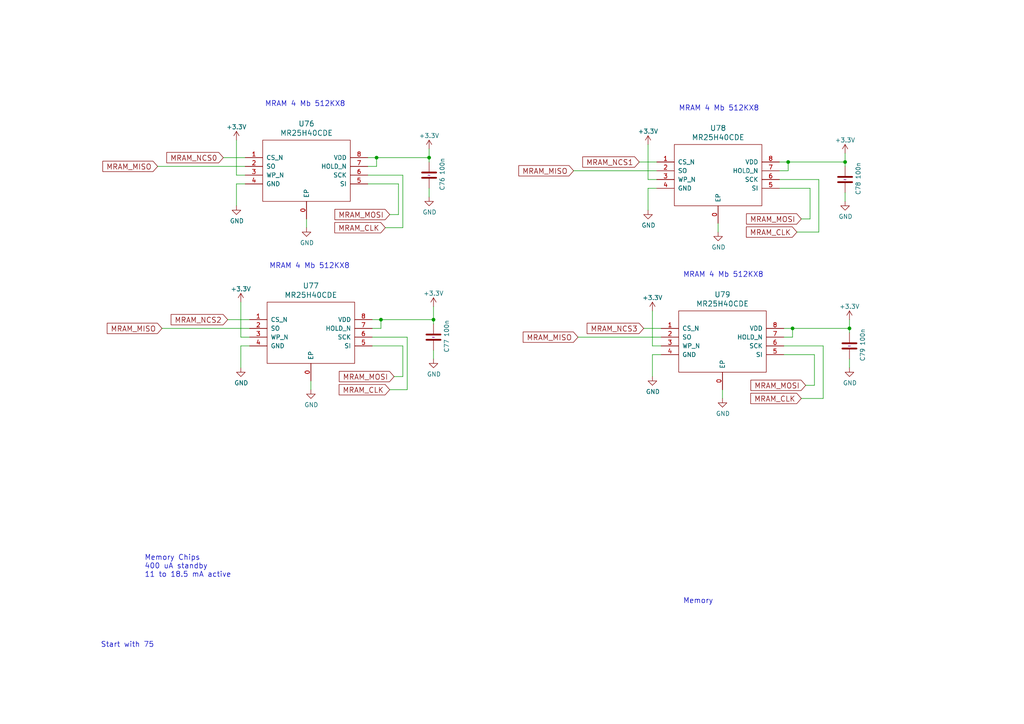
<source format=kicad_sch>
(kicad_sch (version 20230121) (generator eeschema)
  (paper "A4")
  (title_block (title "Radiation Tolerant PacSat Communication") (date "2023-06-17") (rev "A") (company "AMSAT-NA") (comment 1 "N5BRG"))
  (lib_symbols
    (symbol "Device:C" (pin_numbers hide) (pin_names (offset 0.254))
      (property "Reference" "C" (at 0.635 2.54 0))
      (property "Value" "C" (at 0.635 -2.54 0))
      (symbol "C_0_1"
        (polyline (pts (xy -2.032 -0.762) (xy 2.032 -0.762)) (stroke (width 0.508)))
        (polyline (pts (xy -2.032 0.762) (xy 2.032 0.762)) (stroke (width 0.508)))
      )
      (symbol "C_1_1"
        (pin passive line (at 0 3.81 270) (length 2.794) (name "~") (number "1"))
        (pin passive line (at 0 -3.81 90) (length 2.794) (name "~") (number "2"))
      )
    )
    (symbol "PACSAT_ICs:MR25H40_2" (pin_names (offset 1.016))
      (property "Reference" "U76" (at 0 13.6398 0))
      (property "Value" "MR25H40" (at 0 10.9474 0))
      (symbol "MR25H40_2_0_1"
        (rectangle (start -12.7 8.89) (end 12.7 -8.89))
      )
      (symbol "MR25H40_2_1_1"
        (pin power_in line (at 0 -13.97 90) (length 5.08) (name "EP") (number "0"))
        (pin input line (at -17.78 3.81 0) (length 5.08) (name "CS_N") (number "1"))
        (pin tri_state line (at -17.78 1.27 0) (length 5.08) (name "SO") (number "2"))
        (pin input line (at -17.78 -1.27 0) (length 5.08) (name "WP_N") (number "3"))
        (pin power_in line (at -17.78 -3.81 0) (length 5.08) (name "GND") (number "4"))
        (pin input line (at 17.78 -3.81 180) (length 5.08) (name "SI") (number "5"))
        (pin input line (at 17.78 -1.27 180) (length 5.08) (name "SCK") (number "6"))
        (pin input line (at 17.78 1.27 180) (length 5.08) (name "HOLD_N") (number "7"))
        (pin power_in line (at 17.78 3.81 180) (length 5.08) (name "VDD") (number "8"))
      )
    )
    (symbol "power:+3.3V" (power) (pin_names (offset 0))
      (property "Value" "+3.3V" (at 0 3.556 0))
      (symbol "+3.3V_0_1"
        (polyline (pts (xy -0.762 1.27) (xy 0 2.54)))
        (polyline (pts (xy 0 0) (xy 0 2.54)))
        (polyline (pts (xy 0 2.54) (xy 0.762 1.27)))
      )
      (symbol "+3.3V_1_1"
        (pin power_in line (at 0 0 90) (length 0) hide (name "+3.3V") (number "1"))
      )
    )
    (symbol "power:GND" (power) (pin_names (offset 0))
      (property "Value" "GND" (at 0 -3.81 0))
      (symbol "GND_0_1"
        (polyline (pts (xy 0 0) (xy 0 -1.27) (xy 1.27 -1.27) (xy 0 -2.54) (xy -1.27 -1.27) (xy 0 -1.27)))
      )
      (symbol "GND_1_1"
        (pin power_in line (at 0 0 270) (length 0) hide (name "GND") (number "1"))
      )
    )
  )
  (junction (at 245.11 46.99))
  (junction (at 125.73 92.71))
  (junction (at 124.46 45.72))
  (junction (at 109.22 45.72))
  (junction (at 229.87 95.25))
  (junction (at 228.6 46.99))
  (junction (at 110.49 92.71))
  (junction (at 246.38 95.25))
  (wire (pts (xy 72.39 97.79) (xy 69.85 97.79)))
  (wire (pts (xy 237.49 67.31) (xy 231.14 67.31)))
  (wire (pts (xy 110.49 92.71) (xy 125.73 92.71)))
  (wire (pts (xy 107.95 95.25) (xy 110.49 95.25)))
  (wire (pts (xy 191.77 100.33) (xy 189.23 100.33)))
  (wire (pts (xy 110.49 95.25) (xy 110.49 92.71)))
  (wire (pts (xy 107.95 100.33) (xy 116.84 100.33)))
  (wire (pts (xy 246.38 92.71) (xy 246.38 95.25)))
  (wire (pts (xy 88.9 63.5) (xy 88.9 66.04)))
  (wire (pts (xy 71.12 50.8) (xy 68.58 50.8)))
  (wire (pts (xy 209.55 113.03) (xy 209.55 115.57)))
  (wire (pts (xy 229.87 97.79) (xy 229.87 95.25)))
  (wire (pts (xy 226.06 49.53) (xy 228.6 49.53)))
  (wire (pts (xy 228.6 46.99) (xy 245.11 46.99)))
  (wire (pts (xy 227.33 102.87) (xy 236.22 102.87)))
  (wire (pts (xy 228.6 49.53) (xy 228.6 46.99)))
  (wire (pts (xy 245.11 44.45) (xy 245.11 46.99)))
  (wire (pts (xy 68.58 53.34) (xy 68.58 59.69)))
  (wire (pts (xy 227.33 95.25) (xy 229.87 95.25)))
  (wire (pts (xy 106.68 48.26) (xy 109.22 48.26)))
  (wire (pts (xy 189.23 100.33) (xy 189.23 90.17)))
  (wire (pts (xy 109.22 48.26) (xy 109.22 45.72)))
  (wire (pts (xy 106.68 45.72) (xy 109.22 45.72)))
  (wire (pts (xy 234.95 54.61) (xy 234.95 63.5)))
  (wire (pts (xy 71.12 53.34) (xy 68.58 53.34)))
  (wire (pts (xy 116.84 66.04) (xy 111.76 66.04)))
  (wire (pts (xy 107.95 92.71) (xy 110.49 92.71)))
  (wire (pts (xy 166.37 49.53) (xy 190.5 49.53)))
  (wire (pts (xy 45.72 48.26) (xy 71.12 48.26)))
  (wire (pts (xy 189.23 102.87) (xy 189.23 109.22)))
  (wire (pts (xy 116.84 50.8) (xy 116.84 66.04)))
  (wire (pts (xy 226.06 46.99) (xy 228.6 46.99)))
  (wire (pts (xy 238.76 100.33) (xy 238.76 115.57)))
  (wire (pts (xy 72.39 100.33) (xy 69.85 100.33)))
  (wire (pts (xy 69.85 100.33) (xy 69.85 106.68)))
  (wire (pts (xy 125.73 101.6) (xy 125.73 104.14)))
  (wire (pts (xy 109.22 45.72) (xy 124.46 45.72)))
  (wire (pts (xy 116.84 50.8) (xy 106.68 50.8)))
  (wire (pts (xy 237.49 52.07) (xy 226.06 52.07)))
  (wire (pts (xy 208.28 64.77) (xy 208.28 67.31)))
  (wire (pts (xy 237.49 52.07) (xy 237.49 67.31)))
  (wire (pts (xy 190.5 54.61) (xy 187.96 54.61)))
  (wire (pts (xy 125.73 88.9) (xy 125.73 92.71)))
  (wire (pts (xy 234.95 63.5) (xy 232.41 63.5)))
  (wire (pts (xy 125.73 92.71) (xy 125.73 93.98)))
  (wire (pts (xy 124.46 45.72) (xy 124.46 46.99)))
  (wire (pts (xy 191.77 95.25) (xy 186.69 95.25)))
  (wire (pts (xy 190.5 46.99) (xy 185.42 46.99)))
  (wire (pts (xy 90.17 110.49) (xy 90.17 113.03)))
  (wire (pts (xy 72.39 92.71) (xy 66.04 92.71)))
  (wire (pts (xy 118.11 97.79) (xy 118.11 113.03)))
  (wire (pts (xy 226.06 54.61) (xy 234.95 54.61)))
  (wire (pts (xy 238.76 100.33) (xy 227.33 100.33)))
  (wire (pts (xy 118.11 97.79) (xy 107.95 97.79)))
  (wire (pts (xy 124.46 54.61) (xy 124.46 57.15)))
  (wire (pts (xy 69.85 97.79) (xy 69.85 87.63)))
  (wire (pts (xy 236.22 102.87) (xy 236.22 111.76)))
  (wire (pts (xy 106.68 53.34) (xy 115.57 53.34)))
  (wire (pts (xy 115.57 53.34) (xy 115.57 62.23)))
  (wire (pts (xy 116.84 100.33) (xy 116.84 109.22)))
  (wire (pts (xy 71.12 45.72) (xy 64.77 45.72)))
  (wire (pts (xy 187.96 54.61) (xy 187.96 60.96)))
  (wire (pts (xy 191.77 102.87) (xy 189.23 102.87)))
  (wire (pts (xy 187.96 52.07) (xy 187.96 41.91)))
  (wire (pts (xy 246.38 95.25) (xy 246.38 96.52)))
  (wire (pts (xy 236.22 111.76) (xy 233.68 111.76)))
  (wire (pts (xy 115.57 62.23) (xy 113.03 62.23)))
  (wire (pts (xy 167.64 97.79) (xy 191.77 97.79)))
  (wire (pts (xy 46.99 95.25) (xy 72.39 95.25)))
  (wire (pts (xy 245.11 46.99) (xy 245.11 48.26)))
  (wire (pts (xy 245.11 55.88) (xy 245.11 58.42)))
  (wire (pts (xy 190.5 52.07) (xy 187.96 52.07)))
  (wire (pts (xy 118.11 113.03) (xy 113.03 113.03)))
  (wire (pts (xy 229.87 95.25) (xy 246.38 95.25)))
  (wire (pts (xy 227.33 97.79) (xy 229.87 97.79)))
  (wire (pts (xy 116.84 109.22) (xy 114.3 109.22)))
  (wire (pts (xy 238.76 115.57) (xy 232.41 115.57)))
  (wire (pts (xy 68.58 50.8) (xy 68.58 40.64)))
  (wire (pts (xy 124.46 43.18) (xy 124.46 45.72)))
  (wire (pts (xy 246.38 104.14) (xy 246.38 106.68)))
  (text "Start with 75" (at 29.21 187.96 0) (effects (font (size 1.524 1.524)) (justify left bottom)))
  (text "MRAM 4 Mb 512KX8" (at 198.12 80.645 0) (effects (font (size 1.524 1.524)) (justify left bottom)))
  (text "MRAM 4 Mb 512KX8" (at 196.85 32.385 0) (effects (font (size 1.524 1.524)) (justify left bottom)))
  (text "Memory" (at 198.12 175.26 0) (effects (font (size 1.524 1.524)) (justify left bottom)))
  (text "MRAM 4 Mb 512KX8" (at 76.835 31.115 0) (effects (font (size 1.524 1.524)) (justify left bottom)))
  (text "MRAM 4 Mb 512KX8" (at 78.105 78.105 0) (effects (font (size 1.524 1.524)) (justify left bottom)))
  (text "Memory Chips\n400 uA standby\n11 to 18.5 mA active" (at 41.91 167.64 0) (effects (font (size 1.524 1.524)) (justify left bottom)))
  (global_label "MRAM_CLK" (shape input) (at 111.76 66.04 180) (effects (font (size 1.524 1.524))) (property "Intersheetrefs" "${INTERSHEET_REFS}" (effects hide)))
  (global_label "MRAM_MISO" (shape input) (at 45.72 48.26 180) (effects (font (size 1.524 1.524))) (property "Intersheetrefs" "${INTERSHEET_REFS}" (effects hide)))
  (global_label "MRAM_CLK" (shape input) (at 232.41 115.57 180) (effects (font (size 1.524 1.524))) (property "Intersheetrefs" "${INTERSHEET_REFS}" (effects hide)))
  (global_label "MRAM_MOSI" (shape input) (at 232.41 63.5 180) (effects (font (size 1.524 1.524))) (property "Intersheetrefs" "${INTERSHEET_REFS}" (effects hide)))
  (global_label "MRAM_MOSI" (shape input) (at 114.3 109.22 180) (effects (font (size 1.524 1.524))) (property "Intersheetrefs" "${INTERSHEET_REFS}" (effects hide)))
  (global_label "MRAM_NCS2" (shape input) (at 66.04 92.71 180) (effects (font (size 1.524 1.524))) (property "Intersheetrefs" "${INTERSHEET_REFS}" (effects hide)))
  (global_label "MRAM_MOSI" (shape input) (at 113.03 62.23 180) (effects (font (size 1.524 1.524))) (property "Intersheetrefs" "${INTERSHEET_REFS}" (effects hide)))
  (global_label "MRAM_MISO" (shape input) (at 46.99 95.25 180) (effects (font (size 1.524 1.524))) (property "Intersheetrefs" "${INTERSHEET_REFS}" (effects hide)))
  (global_label "MRAM_CLK" (shape input) (at 113.03 113.03 180) (effects (font (size 1.524 1.524))) (property "Intersheetrefs" "${INTERSHEET_REFS}" (effects hide)))
  (global_label "MRAM_CLK" (shape input) (at 231.14 67.31 180) (effects (font (size 1.524 1.524))) (property "Intersheetrefs" "${INTERSHEET_REFS}" (effects hide)))
  (global_label "MRAM_NCS3" (shape input) (at 186.69 95.25 180) (effects (font (size 1.524 1.524))) (property "Intersheetrefs" "${INTERSHEET_REFS}" (effects hide)))
  (global_label "MRAM_MOSI" (shape input) (at 233.68 111.76 180) (effects (font (size 1.524 1.524))) (property "Intersheetrefs" "${INTERSHEET_REFS}" (effects hide)))
  (global_label "MRAM_NCS0" (shape input) (at 64.77 45.72 180) (effects (font (size 1.524 1.524))) (property "Intersheetrefs" "${INTERSHEET_REFS}" (effects hide)))
  (global_label "MRAM_MISO" (shape input) (at 167.64 97.79 180) (effects (font (size 1.524 1.524))) (property "Intersheetrefs" "${INTERSHEET_REFS}" (effects hide)))
  (global_label "MRAM_NCS1" (shape input) (at 185.42 46.99 180) (effects (font (size 1.524 1.524))) (property "Intersheetrefs" "${INTERSHEET_REFS}" (effects hide)))
  (global_label "MRAM_MISO" (shape input) (at 166.37 49.53 180) (effects (font (size 1.524 1.524))) (property "Intersheetrefs" "${INTERSHEET_REFS}" (effects hide)))
  (symbol (lib_id "power:GND") (at 187.96 60.96 0) (unit 1)
    (property "Reference" "#PWR087" (effects hide))
    (property "Value" "GND" (at 188.087 65.3542 0))
  )
  (symbol (lib_id "power:GND") (at 245.11 58.42 0) (unit 1)
    (property "Reference" "#PWR093" (effects hide))
    (property "Value" "GND" (at 245.237 62.8142 0))
  )
  (symbol (lib_id "Device:C") (at 125.73 97.79 0) (unit 1)
    (property "Reference" "C77" (at 129.54 100.33 90))
    (property "Value" "100n" (at 129.54 95.25 90))
    (property "Footprint" "Capacitor_SMD:C_0603_1608Metric_Pad1.08x0.95mm_HandSolder" (effects hide))
    (property "Datasheet" "~" (at 125.73 97.79 0))
  )
  (symbol (lib_id "power:+3.3V") (at 246.38 92.71 0) (unit 1)
    (property "Reference" "#PWR0688" (effects hide))
    (property "Value" "+3.3V" (at 246.38 88.9 0))
  )
  (symbol (lib_id "power:+3.3V") (at 125.73 88.9 0) (unit 1)
    (property "Reference" "#PWR0695" (effects hide))
    (property "Value" "+3.3V" (at 125.73 85.09 0))
  )
  (symbol (lib_id "PACSAT_ICs:MR25H40_2") (at 90.17 96.52 0) (unit 1)
    (property "Reference" "U77" (at 90.17 82.8802 0) (effects (font (size 1.524 1.524))))
    (property "Value" "MR25H40CDE" (at 90.17 85.5726 0) (effects (font (size 1.524 1.524))))
    (property "Footprint" "PacSatDev_everspin:MR2xH40_DFN_SmallFlag" (effects hide))
  )
  (symbol (lib_id "power:GND") (at 189.23 109.22 0) (unit 1)
    (property "Reference" "#PWR089" (effects hide))
    (property "Value" "GND" (at 189.357 113.6142 0))
  )
  (symbol (lib_id "power:GND") (at 90.17 113.03 0) (unit 1)
    (property "Reference" "#PWR081" (effects hide))
    (property "Value" "GND" (at 90.297 117.4242 0))
  )
  (symbol (lib_id "power:+3.3V") (at 187.96 41.91 0) (unit 1)
    (property "Reference" "#PWR0691" (effects hide))
    (property "Value" "+3.3V" (at 187.96 38.1 0))
  )
  (symbol (lib_id "power:+3.3V") (at 124.46 43.18 0) (unit 1)
    (property "Reference" "#PWR0692" (effects hide))
    (property "Value" "+3.3V" (at 124.46 39.37 0))
  )
  (symbol (lib_id "power:+3.3V") (at 245.11 44.45 0) (unit 1)
    (property "Reference" "#PWR0690" (effects hide))
    (property "Value" "+3.3V" (at 245.11 40.64 0))
  )
  (symbol (lib_id "power:+3.3V") (at 69.85 87.63 0) (unit 1)
    (property "Reference" "#PWR0694" (effects hide))
    (property "Value" "+3.3V" (at 69.85 83.82 0))
  )
  (symbol (lib_id "PACSAT_ICs:MR25H40_2") (at 88.9 49.53 0) (unit 1)
    (property "Reference" "U76" (at 88.9 35.8902 0) (effects (font (size 1.524 1.524))))
    (property "Value" "MR25H40CDE" (at 88.9 38.5826 0) (effects (font (size 1.524 1.524))))
    (property "Footprint" "PacSatDev_everspin:MR2xH40_DFN_SmallFlag" (effects hide))
  )
  (symbol (lib_id "power:GND") (at 69.85 106.68 0) (unit 1)
    (property "Reference" "#PWR079" (effects hide))
    (property "Value" "GND" (at 69.977 111.0742 0))
  )
  (symbol (lib_id "PACSAT_ICs:MR25H40_2") (at 209.55 99.06 0) (unit 1)
    (property "Reference" "U79" (at 209.55 85.4202 0) (effects (font (size 1.524 1.524))))
    (property "Value" "MR25H40CDE" (at 209.55 88.1126 0) (effects (font (size 1.524 1.524))))
    (property "Footprint" "PacSatDev_everspin:MR2xH40_DFN_SmallFlag" (effects hide))
  )
  (symbol (lib_id "power:GND") (at 208.28 67.31 0) (unit 1)
    (property "Reference" "#PWR090" (effects hide))
    (property "Value" "GND" (at 208.407 71.7042 0))
  )
  (symbol (lib_id "power:GND") (at 88.9 66.04 0) (unit 1)
    (property "Reference" "#PWR080" (effects hide))
    (property "Value" "GND" (at 89.027 70.4342 0))
  )
  (symbol (lib_id "Device:C") (at 124.46 50.8 0) (unit 1)
    (property "Reference" "C76" (at 128.27 53.34 90))
    (property "Value" "100n" (at 128.27 48.26 90))
    (property "Footprint" "Capacitor_SMD:C_0603_1608Metric_Pad1.08x0.95mm_HandSolder" (effects hide))
    (property "Datasheet" "~" (at 124.46 50.8 0))
  )
  (symbol (lib_id "Device:C") (at 245.11 52.07 0) (unit 1)
    (property "Reference" "C78" (at 248.92 54.61 90))
    (property "Value" "100n" (at 248.92 49.53 90))
    (property "Footprint" "Capacitor_SMD:C_0603_1608Metric_Pad1.08x0.95mm_HandSolder" (effects hide))
    (property "Datasheet" "~" (at 245.11 52.07 0))
  )
  (symbol (lib_id "Device:C") (at 246.38 100.33 0) (unit 1)
    (property "Reference" "C79" (at 250.19 102.87 90))
    (property "Value" "100n" (at 250.19 97.79 90))
    (property "Footprint" "Capacitor_SMD:C_0603_1608Metric_Pad1.08x0.95mm_HandSolder" (effects hide))
    (property "Datasheet" "~" (at 246.38 100.33 0))
  )
  (symbol (lib_id "power:GND") (at 68.58 59.69 0) (unit 1)
    (property "Reference" "#PWR077" (effects hide))
    (property "Value" "GND" (at 68.707 64.0842 0))
  )
  (symbol (lib_id "power:+3.3V") (at 189.23 90.17 0) (unit 1)
    (property "Reference" "#PWR0689" (effects hide))
    (property "Value" "+3.3V" (at 189.23 86.36 0))
  )
  (symbol (lib_id "power:GND") (at 246.38 106.68 0) (unit 1)
    (property "Reference" "#PWR095" (effects hide))
    (property "Value" "GND" (at 246.507 111.0742 0))
  )
  (symbol (lib_id "power:+3.3V") (at 68.58 40.64 0) (unit 1)
    (property "Reference" "#PWR0693" (effects hide))
    (property "Value" "+3.3V" (at 68.58 36.83 0))
  )
  (symbol (lib_id "power:GND") (at 209.55 115.57 0) (unit 1)
    (property "Reference" "#PWR091" (effects hide))
    (property "Value" "GND" (at 209.677 119.9642 0))
  )
  (symbol (lib_id "PACSAT_ICs:MR25H40_2") (at 208.28 50.8 0) (unit 1)
    (property "Reference" "U78" (at 208.28 37.1602 0) (effects (font (size 1.524 1.524))))
    (property "Value" "MR25H40CDE" (at 208.28 39.8526 0) (effects (font (size 1.524 1.524))))
    (property "Footprint" "PacSatDev_everspin:MR2xH40_DFN_SmallFlag" (effects hide))
  )
  (symbol (lib_id "power:GND") (at 124.46 57.15 0) (unit 1)
    (property "Reference" "#PWR083" (effects hide))
    (property "Value" "GND" (at 124.587 61.5442 0))
  )
  (symbol (lib_id "power:GND") (at 125.73 104.14 0) (unit 1)
    (property "Reference" "#PWR085" (effects hide))
    (property "Value" "GND" (at 125.857 108.5342 0))
  )
)
</source>
